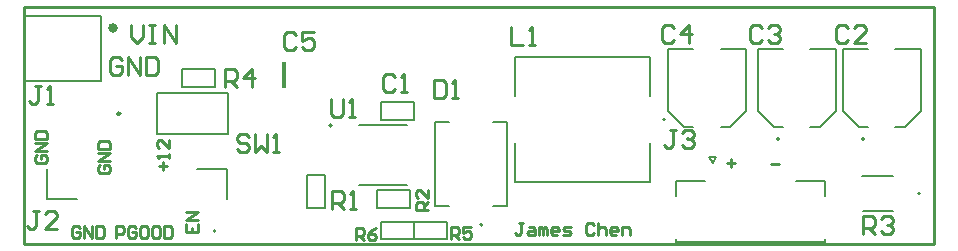
<source format=gto>
G04*
G04 #@! TF.GenerationSoftware,Altium Limited,Altium Designer,21.8.1 (53)*
G04*
G04 Layer_Color=65535*
%FSLAX44Y44*%
%MOMM*%
G71*
G04*
G04 #@! TF.SameCoordinates,FBE6A57E-38F0-4EBD-B617-FC09060C68E2*
G04*
G04*
G04 #@! TF.FilePolarity,Positive*
G04*
G01*
G75*
%ADD10C,0.2000*%
%ADD11C,0.2500*%
%ADD12C,0.4000*%
%ADD13C,0.1524*%
%ADD14C,0.1270*%
%ADD15C,0.2540*%
%ADD16R,0.4000X2.2000*%
D10*
X162000Y10650D02*
G03*
X162000Y10650I-1000J0D01*
G01*
X711000Y88500D02*
G03*
X711000Y88500I-1000J0D01*
G01*
X639000D02*
G03*
X639000Y88500I-1000J0D01*
G01*
X563000D02*
G03*
X563000Y88500I-1000J0D01*
G01*
X260246Y99832D02*
G03*
X260246Y99832I-1000J0D01*
G01*
X388000Y16000D02*
G03*
X388000Y16000I-1000J0D01*
G01*
X302000Y3500D02*
X330000D01*
Y18500D01*
X302000D02*
X330000D01*
X302000Y3500D02*
Y18500D01*
X330000Y3500D02*
X358000D01*
Y18500D01*
X330000D02*
X358000D01*
X330000Y3500D02*
Y18500D01*
X18800Y37300D02*
X44200D01*
X18800D02*
Y62700D01*
X171200Y37300D02*
Y62700D01*
X145800D02*
X171200D01*
X112500Y92500D02*
X172500D01*
Y127500D01*
X112500Y92500D02*
Y127500D01*
X172500D01*
X302000Y119500D02*
X330000D01*
X302000Y104500D02*
Y119500D01*
Y104500D02*
X330000D01*
Y119500D01*
X133500Y132500D02*
X161500D01*
Y147500D01*
X133500D02*
X161500D01*
X133500Y132500D02*
Y147500D01*
X239500Y30000D02*
Y58000D01*
Y30000D02*
X254500D01*
Y58000D01*
X239500D02*
X254500D01*
X298500Y45000D02*
X326500D01*
X298500Y30000D02*
Y45000D01*
Y30000D02*
X326500D01*
Y45000D01*
D11*
X81300Y110000D02*
G03*
X81300Y110000I-1250J0D01*
G01*
D12*
X77000Y182500D02*
G03*
X77000Y182500I-2000J0D01*
G01*
D13*
X758262Y42500D02*
G03*
X758262Y42500I-762J0D01*
G01*
X542141Y105000D02*
G03*
X542141Y105000I-762J0D01*
G01*
X709837Y27500D02*
X735500D01*
X709500Y57500D02*
X735163D01*
X529949Y124583D02*
Y157705D01*
Y52295D02*
Y85417D01*
X415649Y52295D02*
X529949D01*
X415649Y124583D02*
Y157705D01*
X529949D01*
X415649Y52295D02*
Y85417D01*
D14*
X65000Y137300D02*
Y192700D01*
X0Y137300D02*
X65000D01*
X0D02*
Y192700D01*
X65000D01*
X737500Y165000D02*
X759000D01*
Y112500D02*
Y165000D01*
X745500Y99000D02*
X759000Y112500D01*
X737500Y99000D02*
X745500D01*
X693000Y165000D02*
X714500D01*
X693000Y112500D02*
Y165000D01*
Y112500D02*
X706500Y99000D01*
X714500D01*
X665500Y165000D02*
X687000D01*
Y112500D02*
Y165000D01*
X673500Y99000D02*
X687000Y112500D01*
X665500Y99000D02*
X673500D01*
X621000Y165000D02*
X642500D01*
X621000Y112500D02*
Y165000D01*
Y112500D02*
X634500Y99000D01*
X642500D01*
X589500Y165000D02*
X611000D01*
Y112500D02*
Y165000D01*
X597500Y99000D02*
X611000Y112500D01*
X589500Y99000D02*
X597500D01*
X545000Y165000D02*
X566500D01*
X545000Y112500D02*
Y165000D01*
Y112500D02*
X558500Y99000D01*
X566500D01*
X653450Y53000D02*
X678250D01*
X551750D02*
X576550D01*
X551750Y1000D02*
X678250D01*
X551750Y40000D02*
Y53000D01*
X678250Y40000D02*
Y53000D01*
X580000Y73050D02*
X586000D01*
X583000Y68050D02*
X586000Y73050D01*
X580000D02*
X583000Y68050D01*
X551750Y1000D02*
Y3500D01*
X678250Y1000D02*
Y3500D01*
X283696Y49532D02*
X323696D01*
X283696Y100032D02*
X323696D01*
X396485Y102850D02*
X408500D01*
Y31850D02*
Y102850D01*
X396485Y31850D02*
X408500D01*
X347500Y102850D02*
X359515D01*
X347500Y31850D02*
Y102850D01*
Y31850D02*
X359515D01*
D15*
X421811Y17697D02*
X418426D01*
X420118D01*
Y9233D01*
X418426Y7540D01*
X416733D01*
X415040Y9233D01*
X426889Y14311D02*
X430275D01*
X431968Y12618D01*
Y7540D01*
X426889D01*
X425197Y9233D01*
X426889Y10926D01*
X431968D01*
X435353Y7540D02*
Y14311D01*
X437046D01*
X438739Y12618D01*
Y7540D01*
Y12618D01*
X440432Y14311D01*
X442125Y12618D01*
Y7540D01*
X450588D02*
X447203D01*
X445510Y9233D01*
Y12618D01*
X447203Y14311D01*
X450588D01*
X452281Y12618D01*
Y10926D01*
X445510D01*
X455667Y7540D02*
X460745D01*
X462438Y9233D01*
X460745Y10926D01*
X457360D01*
X455667Y12618D01*
X457360Y14311D01*
X462438D01*
X482752Y16004D02*
X481059Y17697D01*
X477673D01*
X475980Y16004D01*
Y9233D01*
X477673Y7540D01*
X481059D01*
X482752Y9233D01*
X486137Y17697D02*
Y7540D01*
Y12618D01*
X487830Y14311D01*
X491215D01*
X492908Y12618D01*
Y7540D01*
X501372D02*
X497987D01*
X496294Y9233D01*
Y12618D01*
X497987Y14311D01*
X501372D01*
X503065Y12618D01*
Y10926D01*
X496294D01*
X506451Y7540D02*
Y14311D01*
X511529D01*
X513222Y12618D01*
Y7540D01*
X632540Y67540D02*
X639311D01*
X594540Y67926D02*
X601311D01*
X597926Y71311D02*
Y64540D01*
X280536Y2922D02*
Y13078D01*
X285614D01*
X287307Y11386D01*
Y8000D01*
X285614Y6307D01*
X280536D01*
X283922D02*
X287307Y2922D01*
X297464Y13078D02*
X294078Y11386D01*
X290693Y8000D01*
Y4614D01*
X292386Y2922D01*
X295771D01*
X297464Y4614D01*
Y6307D01*
X295771Y8000D01*
X290693D01*
X361536Y3922D02*
Y14078D01*
X366614D01*
X368307Y12386D01*
Y9000D01*
X366614Y7307D01*
X361536D01*
X364922D02*
X368307Y3922D01*
X378464Y14078D02*
X371693D01*
Y9000D01*
X375078Y10693D01*
X376771D01*
X378464Y9000D01*
Y5614D01*
X376771Y3922D01*
X373386D01*
X371693Y5614D01*
X117382Y62540D02*
Y69311D01*
X113996Y65926D02*
X120767D01*
X122460Y72697D02*
Y76082D01*
Y74390D01*
X112303D01*
X113996Y72697D01*
X122460Y87932D02*
Y81161D01*
X115689Y87932D01*
X113996D01*
X112303Y86239D01*
Y82853D01*
X113996Y81161D01*
X137303Y16811D02*
Y10040D01*
X147460D01*
Y16811D01*
X142382Y10040D02*
Y13426D01*
X147460Y20197D02*
X137303D01*
X147460Y26968D01*
X137303D01*
X77540Y5040D02*
Y15197D01*
X82618D01*
X84311Y13504D01*
Y10118D01*
X82618Y8426D01*
X77540D01*
X94468Y13504D02*
X92775Y15197D01*
X89389D01*
X87697Y13504D01*
Y6733D01*
X89389Y5040D01*
X92775D01*
X94468Y6733D01*
Y10118D01*
X91082D01*
X102932Y15197D02*
X99546D01*
X97853Y13504D01*
Y6733D01*
X99546Y5040D01*
X102932D01*
X104625Y6733D01*
Y13504D01*
X102932Y15197D01*
X113089D02*
X109703D01*
X108010Y13504D01*
Y6733D01*
X109703Y5040D01*
X113089D01*
X114781Y6733D01*
Y13504D01*
X113089Y15197D01*
X118167D02*
Y5040D01*
X123245D01*
X124938Y6733D01*
Y13504D01*
X123245Y15197D01*
X118167D01*
X63996Y66811D02*
X62303Y65118D01*
Y61733D01*
X63996Y60040D01*
X70767D01*
X72460Y61733D01*
Y65118D01*
X70767Y66811D01*
X67382D01*
Y63426D01*
X72460Y70197D02*
X62303D01*
X72460Y76968D01*
X62303D01*
Y80353D02*
X72460D01*
Y85432D01*
X70767Y87125D01*
X63996D01*
X62303Y85432D01*
Y80353D01*
X46811Y13504D02*
X45118Y15197D01*
X41733D01*
X40040Y13504D01*
Y6733D01*
X41733Y5040D01*
X45118D01*
X46811Y6733D01*
Y10118D01*
X43426D01*
X50197Y5040D02*
Y15197D01*
X56968Y5040D01*
Y15197D01*
X60353D02*
Y5040D01*
X65432D01*
X67125Y6733D01*
Y13504D01*
X65432Y15197D01*
X60353D01*
X10996Y75311D02*
X9303Y73618D01*
Y70233D01*
X10996Y68540D01*
X17767D01*
X19460Y70233D01*
Y73618D01*
X17767Y75311D01*
X14382D01*
Y71926D01*
X19460Y78697D02*
X9303D01*
X19460Y85468D01*
X9303D01*
Y88853D02*
X19460D01*
Y93932D01*
X17767Y95625D01*
X10996D01*
X9303Y93932D01*
Y88853D01*
X82697Y155236D02*
X80157Y157775D01*
X75079D01*
X72540Y155236D01*
Y145079D01*
X75079Y142540D01*
X80157D01*
X82697Y145079D01*
Y150157D01*
X77618D01*
X87775Y142540D02*
Y157775D01*
X97932Y142540D01*
Y157775D01*
X103010D02*
Y142540D01*
X110628D01*
X113167Y145079D01*
Y155236D01*
X110628Y157775D01*
X103010D01*
X90040Y185275D02*
Y175118D01*
X95118Y170040D01*
X100197Y175118D01*
Y185275D01*
X105275D02*
X110353D01*
X107814D01*
Y170040D01*
X105275D01*
X110353D01*
X117971D02*
Y185275D01*
X128128Y170040D01*
Y185275D01*
X12461Y27617D02*
X7383D01*
X9922D01*
Y14922D01*
X7383Y12383D01*
X4843D01*
X2304Y14922D01*
X27696Y12383D02*
X17539D01*
X27696Y22539D01*
Y25078D01*
X25157Y27617D01*
X20078D01*
X17539Y25078D01*
X189883Y90078D02*
X187343Y92618D01*
X182265D01*
X179726Y90078D01*
Y87539D01*
X182265Y85000D01*
X187343D01*
X189883Y82461D01*
Y79922D01*
X187343Y77382D01*
X182265D01*
X179726Y79922D01*
X194961Y92618D02*
Y77382D01*
X200039Y82461D01*
X205118Y77382D01*
Y92618D01*
X210196Y77382D02*
X215274D01*
X212735D01*
Y92618D01*
X210196Y90078D01*
X14000Y133617D02*
X8922D01*
X11461D01*
Y120922D01*
X8922Y118383D01*
X6382D01*
X3843Y120922D01*
X19078Y118383D02*
X24157D01*
X21618D01*
Y133617D01*
X19078Y131078D01*
X709804Y7883D02*
Y23117D01*
X717422D01*
X719961Y20578D01*
Y15500D01*
X717422Y12961D01*
X709804D01*
X714883D02*
X719961Y7883D01*
X725039Y20578D02*
X727578Y23117D01*
X732657D01*
X735196Y20578D01*
Y18039D01*
X732657Y15500D01*
X730117D01*
X732657D01*
X735196Y12961D01*
Y10422D01*
X732657Y7883D01*
X727578D01*
X725039Y10422D01*
X313655Y140880D02*
X311115Y143419D01*
X306037D01*
X303498Y140880D01*
Y130723D01*
X306037Y128184D01*
X311115D01*
X313655Y130723D01*
X318733Y128184D02*
X323811D01*
X321272D01*
Y143419D01*
X318733Y140880D01*
X697461Y182578D02*
X694922Y185117D01*
X689843D01*
X687304Y182578D01*
Y172422D01*
X689843Y169883D01*
X694922D01*
X697461Y172422D01*
X712696Y169883D02*
X702539D01*
X712696Y180039D01*
Y182578D01*
X710157Y185117D01*
X705078D01*
X702539Y182578D01*
X624961D02*
X622422Y185117D01*
X617343D01*
X614804Y182578D01*
Y172422D01*
X617343Y169883D01*
X622422D01*
X624961Y172422D01*
X630039Y182578D02*
X632578Y185117D01*
X637657D01*
X640196Y182578D01*
Y180039D01*
X637657Y177500D01*
X635117D01*
X637657D01*
X640196Y174961D01*
Y172422D01*
X637657Y169883D01*
X632578D01*
X630039Y172422D01*
X549961Y182578D02*
X547422Y185117D01*
X542343D01*
X539804Y182578D01*
Y172422D01*
X542343Y169883D01*
X547422D01*
X549961Y172422D01*
X562657Y169883D02*
Y185117D01*
X555039Y177500D01*
X565196D01*
X551399Y96429D02*
X546320D01*
X548859D01*
Y83733D01*
X546320Y81194D01*
X543781D01*
X541242Y83733D01*
X556477Y93890D02*
X559016Y96429D01*
X564095D01*
X566634Y93890D01*
Y91351D01*
X564095Y88812D01*
X561555D01*
X564095D01*
X566634Y86272D01*
Y83733D01*
X564095Y81194D01*
X559016D01*
X556477Y83733D01*
X229835Y176948D02*
X227295Y179487D01*
X222217D01*
X219678Y176948D01*
Y166791D01*
X222217Y164252D01*
X227295D01*
X229835Y166791D01*
X245070Y179487D02*
X234913D01*
Y171870D01*
X239991Y174409D01*
X242531D01*
X245070Y171870D01*
Y166791D01*
X242531Y164252D01*
X237452D01*
X234913Y166791D01*
X259843Y122618D02*
Y109922D01*
X262383Y107382D01*
X267461D01*
X270000Y109922D01*
Y122618D01*
X275078Y107382D02*
X280157D01*
X277618D01*
Y122618D01*
X275078Y120078D01*
X169804Y132382D02*
Y147618D01*
X177422D01*
X179961Y145078D01*
Y140000D01*
X177422Y137461D01*
X169804D01*
X174883D02*
X179961Y132382D01*
X192657D02*
Y147618D01*
X185039Y140000D01*
X195196D01*
X260843Y29383D02*
Y44618D01*
X268461D01*
X271000Y42078D01*
Y37000D01*
X268461Y34461D01*
X260843D01*
X265922D02*
X271000Y29383D01*
X276078D02*
X281157D01*
X278618D01*
Y44618D01*
X276078Y42078D01*
X342078Y28536D02*
X331922D01*
Y33614D01*
X333614Y35307D01*
X337000D01*
X338693Y33614D01*
Y28536D01*
Y31922D02*
X342078Y35307D01*
Y45464D02*
Y38693D01*
X335307Y45464D01*
X333614D01*
X331922Y43771D01*
Y40386D01*
X333614Y38693D01*
X411702Y183043D02*
Y167808D01*
X421859D01*
X426937D02*
X432015D01*
X429476D01*
Y183043D01*
X426937Y180504D01*
X347186Y138339D02*
Y123104D01*
X354804D01*
X357343Y125643D01*
Y135800D01*
X354804Y138339D01*
X347186D01*
X362421Y123104D02*
X367499D01*
X364960D01*
Y138339D01*
X362421Y135800D01*
X0Y0D02*
X770000D01*
X0Y200000D02*
X770000D01*
Y0D02*
Y200000D01*
X0Y0D02*
Y200000D01*
D16*
X219500Y142500D02*
D03*
M02*

</source>
